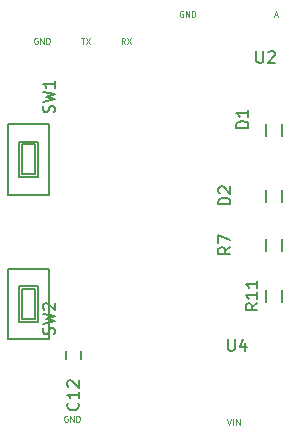
<source format=gto>
G04 #@! TF.FileFunction,Legend,Top*
%FSLAX46Y46*%
G04 Gerber Fmt 4.6, Leading zero omitted, Abs format (unit mm)*
G04 Created by KiCad (PCBNEW 4.0.4-stable) date 11/08/16 21:01:40*
%MOMM*%
%LPD*%
G01*
G04 APERTURE LIST*
%ADD10C,0.100000*%
%ADD11C,0.125000*%
%ADD12C,0.150000*%
G04 APERTURE END LIST*
D10*
D11*
X149439381Y-115423190D02*
X149606048Y-115923190D01*
X149772714Y-115423190D01*
X149939381Y-115923190D02*
X149939381Y-115423190D01*
X150177476Y-115923190D02*
X150177476Y-115423190D01*
X150463190Y-115923190D01*
X150463190Y-115423190D01*
X135890047Y-115193000D02*
X135842428Y-115169190D01*
X135771000Y-115169190D01*
X135699571Y-115193000D01*
X135651952Y-115240619D01*
X135628143Y-115288238D01*
X135604333Y-115383476D01*
X135604333Y-115454905D01*
X135628143Y-115550143D01*
X135651952Y-115597762D01*
X135699571Y-115645381D01*
X135771000Y-115669190D01*
X135818619Y-115669190D01*
X135890047Y-115645381D01*
X135913857Y-115621571D01*
X135913857Y-115454905D01*
X135818619Y-115454905D01*
X136128143Y-115669190D02*
X136128143Y-115169190D01*
X136413857Y-115669190D01*
X136413857Y-115169190D01*
X136651953Y-115669190D02*
X136651953Y-115169190D01*
X136771000Y-115169190D01*
X136842429Y-115193000D01*
X136890048Y-115240619D01*
X136913857Y-115288238D01*
X136937667Y-115383476D01*
X136937667Y-115454905D01*
X136913857Y-115550143D01*
X136890048Y-115597762D01*
X136842429Y-115645381D01*
X136771000Y-115669190D01*
X136651953Y-115669190D01*
X153423953Y-81236333D02*
X153662048Y-81236333D01*
X153376334Y-81379190D02*
X153543001Y-80879190D01*
X153709667Y-81379190D01*
X145669047Y-80903000D02*
X145621428Y-80879190D01*
X145550000Y-80879190D01*
X145478571Y-80903000D01*
X145430952Y-80950619D01*
X145407143Y-80998238D01*
X145383333Y-81093476D01*
X145383333Y-81164905D01*
X145407143Y-81260143D01*
X145430952Y-81307762D01*
X145478571Y-81355381D01*
X145550000Y-81379190D01*
X145597619Y-81379190D01*
X145669047Y-81355381D01*
X145692857Y-81331571D01*
X145692857Y-81164905D01*
X145597619Y-81164905D01*
X145907143Y-81379190D02*
X145907143Y-80879190D01*
X146192857Y-81379190D01*
X146192857Y-80879190D01*
X146430953Y-81379190D02*
X146430953Y-80879190D01*
X146550000Y-80879190D01*
X146621429Y-80903000D01*
X146669048Y-80950619D01*
X146692857Y-80998238D01*
X146716667Y-81093476D01*
X146716667Y-81164905D01*
X146692857Y-81260143D01*
X146669048Y-81307762D01*
X146621429Y-81355381D01*
X146550000Y-81379190D01*
X146430953Y-81379190D01*
X140759667Y-83665190D02*
X140593000Y-83427095D01*
X140473953Y-83665190D02*
X140473953Y-83165190D01*
X140664429Y-83165190D01*
X140712048Y-83189000D01*
X140735857Y-83212810D01*
X140759667Y-83260429D01*
X140759667Y-83331857D01*
X140735857Y-83379476D01*
X140712048Y-83403286D01*
X140664429Y-83427095D01*
X140473953Y-83427095D01*
X140926334Y-83165190D02*
X141259667Y-83665190D01*
X141259667Y-83165190D02*
X140926334Y-83665190D01*
X137033048Y-83165190D02*
X137318762Y-83165190D01*
X137175905Y-83665190D02*
X137175905Y-83165190D01*
X137437810Y-83165190D02*
X137771143Y-83665190D01*
X137771143Y-83165190D02*
X137437810Y-83665190D01*
X133350047Y-83189000D02*
X133302428Y-83165190D01*
X133231000Y-83165190D01*
X133159571Y-83189000D01*
X133111952Y-83236619D01*
X133088143Y-83284238D01*
X133064333Y-83379476D01*
X133064333Y-83450905D01*
X133088143Y-83546143D01*
X133111952Y-83593762D01*
X133159571Y-83641381D01*
X133231000Y-83665190D01*
X133278619Y-83665190D01*
X133350047Y-83641381D01*
X133373857Y-83617571D01*
X133373857Y-83450905D01*
X133278619Y-83450905D01*
X133588143Y-83665190D02*
X133588143Y-83165190D01*
X133873857Y-83665190D01*
X133873857Y-83165190D01*
X134111953Y-83665190D02*
X134111953Y-83165190D01*
X134231000Y-83165190D01*
X134302429Y-83189000D01*
X134350048Y-83236619D01*
X134373857Y-83284238D01*
X134397667Y-83379476D01*
X134397667Y-83450905D01*
X134373857Y-83546143D01*
X134350048Y-83593762D01*
X134302429Y-83641381D01*
X134231000Y-83665190D01*
X134111953Y-83665190D01*
D12*
X136998000Y-109632000D02*
X136998000Y-110332000D01*
X135798000Y-110332000D02*
X135798000Y-109632000D01*
X152741000Y-91432000D02*
X152741000Y-90432000D01*
X154091000Y-90432000D02*
X154091000Y-91432000D01*
X152741000Y-97020000D02*
X152741000Y-96020000D01*
X154091000Y-96020000D02*
X154091000Y-97020000D01*
X152741000Y-101211000D02*
X152741000Y-100211000D01*
X154091000Y-100211000D02*
X154091000Y-101211000D01*
X132040100Y-94681460D02*
X132040100Y-92181460D01*
X132040100Y-92181460D02*
X133140100Y-92181460D01*
X133140100Y-92181460D02*
X133140100Y-94681460D01*
X133140100Y-94681460D02*
X132040100Y-94681460D01*
X133390100Y-94931460D02*
X133390100Y-91931460D01*
X131790100Y-94931460D02*
X131790100Y-91931460D01*
X131790100Y-91931460D02*
X133390100Y-91931460D01*
X131790100Y-94931460D02*
X133390100Y-94931460D01*
X134340100Y-96431460D02*
X134340100Y-90431460D01*
X130840100Y-96431460D02*
X130840100Y-90431460D01*
X130840100Y-96431460D02*
X134340100Y-96431460D01*
X130840100Y-90431460D02*
X134340100Y-90431460D01*
X154091000Y-104486000D02*
X154091000Y-105486000D01*
X152741000Y-105486000D02*
X152741000Y-104486000D01*
X132040100Y-106934320D02*
X132040100Y-104434320D01*
X132040100Y-104434320D02*
X133140100Y-104434320D01*
X133140100Y-104434320D02*
X133140100Y-106934320D01*
X133140100Y-106934320D02*
X132040100Y-106934320D01*
X133390100Y-107184320D02*
X133390100Y-104184320D01*
X131790100Y-107184320D02*
X131790100Y-104184320D01*
X131790100Y-104184320D02*
X133390100Y-104184320D01*
X131790100Y-107184320D02*
X133390100Y-107184320D01*
X134340100Y-108684320D02*
X134340100Y-102684320D01*
X130840100Y-108684320D02*
X130840100Y-102684320D01*
X130840100Y-108684320D02*
X134340100Y-108684320D01*
X130840100Y-102684320D02*
X134340100Y-102684320D01*
X151892095Y-84288381D02*
X151892095Y-85097905D01*
X151939714Y-85193143D01*
X151987333Y-85240762D01*
X152082571Y-85288381D01*
X152273048Y-85288381D01*
X152368286Y-85240762D01*
X152415905Y-85193143D01*
X152463524Y-85097905D01*
X152463524Y-84288381D01*
X152892095Y-84383619D02*
X152939714Y-84336000D01*
X153034952Y-84288381D01*
X153273048Y-84288381D01*
X153368286Y-84336000D01*
X153415905Y-84383619D01*
X153463524Y-84478857D01*
X153463524Y-84574095D01*
X153415905Y-84716952D01*
X152844476Y-85288381D01*
X153463524Y-85288381D01*
X136755143Y-114053857D02*
X136802762Y-114101476D01*
X136850381Y-114244333D01*
X136850381Y-114339571D01*
X136802762Y-114482429D01*
X136707524Y-114577667D01*
X136612286Y-114625286D01*
X136421810Y-114672905D01*
X136278952Y-114672905D01*
X136088476Y-114625286D01*
X135993238Y-114577667D01*
X135898000Y-114482429D01*
X135850381Y-114339571D01*
X135850381Y-114244333D01*
X135898000Y-114101476D01*
X135945619Y-114053857D01*
X136850381Y-113101476D02*
X136850381Y-113672905D01*
X136850381Y-113387191D02*
X135850381Y-113387191D01*
X135993238Y-113482429D01*
X136088476Y-113577667D01*
X136136095Y-113672905D01*
X135945619Y-112720524D02*
X135898000Y-112672905D01*
X135850381Y-112577667D01*
X135850381Y-112339571D01*
X135898000Y-112244333D01*
X135945619Y-112196714D01*
X136040857Y-112149095D01*
X136136095Y-112149095D01*
X136278952Y-112196714D01*
X136850381Y-112768143D01*
X136850381Y-112149095D01*
X151201381Y-90781095D02*
X150201381Y-90781095D01*
X150201381Y-90543000D01*
X150249000Y-90400142D01*
X150344238Y-90304904D01*
X150439476Y-90257285D01*
X150629952Y-90209666D01*
X150772810Y-90209666D01*
X150963286Y-90257285D01*
X151058524Y-90304904D01*
X151153762Y-90400142D01*
X151201381Y-90543000D01*
X151201381Y-90781095D01*
X151201381Y-89257285D02*
X151201381Y-89828714D01*
X151201381Y-89543000D02*
X150201381Y-89543000D01*
X150344238Y-89638238D01*
X150439476Y-89733476D01*
X150487095Y-89828714D01*
X149677381Y-97258095D02*
X148677381Y-97258095D01*
X148677381Y-97020000D01*
X148725000Y-96877142D01*
X148820238Y-96781904D01*
X148915476Y-96734285D01*
X149105952Y-96686666D01*
X149248810Y-96686666D01*
X149439286Y-96734285D01*
X149534524Y-96781904D01*
X149629762Y-96877142D01*
X149677381Y-97020000D01*
X149677381Y-97258095D01*
X148772619Y-96305714D02*
X148725000Y-96258095D01*
X148677381Y-96162857D01*
X148677381Y-95924761D01*
X148725000Y-95829523D01*
X148772619Y-95781904D01*
X148867857Y-95734285D01*
X148963095Y-95734285D01*
X149105952Y-95781904D01*
X149677381Y-96353333D01*
X149677381Y-95734285D01*
X149677381Y-100877666D02*
X149201190Y-101211000D01*
X149677381Y-101449095D02*
X148677381Y-101449095D01*
X148677381Y-101068142D01*
X148725000Y-100972904D01*
X148772619Y-100925285D01*
X148867857Y-100877666D01*
X149010714Y-100877666D01*
X149105952Y-100925285D01*
X149153571Y-100972904D01*
X149201190Y-101068142D01*
X149201190Y-101449095D01*
X148677381Y-100544333D02*
X148677381Y-99877666D01*
X149677381Y-100306238D01*
X134770762Y-89471333D02*
X134818381Y-89328476D01*
X134818381Y-89090380D01*
X134770762Y-88995142D01*
X134723143Y-88947523D01*
X134627905Y-88899904D01*
X134532667Y-88899904D01*
X134437429Y-88947523D01*
X134389810Y-88995142D01*
X134342190Y-89090380D01*
X134294571Y-89280857D01*
X134246952Y-89376095D01*
X134199333Y-89423714D01*
X134104095Y-89471333D01*
X134008857Y-89471333D01*
X133913619Y-89423714D01*
X133866000Y-89376095D01*
X133818381Y-89280857D01*
X133818381Y-89042761D01*
X133866000Y-88899904D01*
X133818381Y-88566571D02*
X134818381Y-88328476D01*
X134104095Y-88137999D01*
X134818381Y-87947523D01*
X133818381Y-87709428D01*
X134818381Y-86804666D02*
X134818381Y-87376095D01*
X134818381Y-87090381D02*
X133818381Y-87090381D01*
X133961238Y-87185619D01*
X134056476Y-87280857D01*
X134104095Y-87376095D01*
X151968381Y-105628857D02*
X151492190Y-105962191D01*
X151968381Y-106200286D02*
X150968381Y-106200286D01*
X150968381Y-105819333D01*
X151016000Y-105724095D01*
X151063619Y-105676476D01*
X151158857Y-105628857D01*
X151301714Y-105628857D01*
X151396952Y-105676476D01*
X151444571Y-105724095D01*
X151492190Y-105819333D01*
X151492190Y-106200286D01*
X151968381Y-104676476D02*
X151968381Y-105247905D01*
X151968381Y-104962191D02*
X150968381Y-104962191D01*
X151111238Y-105057429D01*
X151206476Y-105152667D01*
X151254095Y-105247905D01*
X151968381Y-103724095D02*
X151968381Y-104295524D01*
X151968381Y-104009810D02*
X150968381Y-104009810D01*
X151111238Y-104105048D01*
X151206476Y-104200286D01*
X151254095Y-104295524D01*
X134770762Y-108267333D02*
X134818381Y-108124476D01*
X134818381Y-107886380D01*
X134770762Y-107791142D01*
X134723143Y-107743523D01*
X134627905Y-107695904D01*
X134532667Y-107695904D01*
X134437429Y-107743523D01*
X134389810Y-107791142D01*
X134342190Y-107886380D01*
X134294571Y-108076857D01*
X134246952Y-108172095D01*
X134199333Y-108219714D01*
X134104095Y-108267333D01*
X134008857Y-108267333D01*
X133913619Y-108219714D01*
X133866000Y-108172095D01*
X133818381Y-108076857D01*
X133818381Y-107838761D01*
X133866000Y-107695904D01*
X133818381Y-107362571D02*
X134818381Y-107124476D01*
X134104095Y-106933999D01*
X134818381Y-106743523D01*
X133818381Y-106505428D01*
X133913619Y-106172095D02*
X133866000Y-106124476D01*
X133818381Y-106029238D01*
X133818381Y-105791142D01*
X133866000Y-105695904D01*
X133913619Y-105648285D01*
X134008857Y-105600666D01*
X134104095Y-105600666D01*
X134246952Y-105648285D01*
X134818381Y-106219714D01*
X134818381Y-105600666D01*
X149479095Y-108672381D02*
X149479095Y-109481905D01*
X149526714Y-109577143D01*
X149574333Y-109624762D01*
X149669571Y-109672381D01*
X149860048Y-109672381D01*
X149955286Y-109624762D01*
X150002905Y-109577143D01*
X150050524Y-109481905D01*
X150050524Y-108672381D01*
X150955286Y-109005714D02*
X150955286Y-109672381D01*
X150717190Y-108624762D02*
X150479095Y-109339048D01*
X151098143Y-109339048D01*
M02*

</source>
